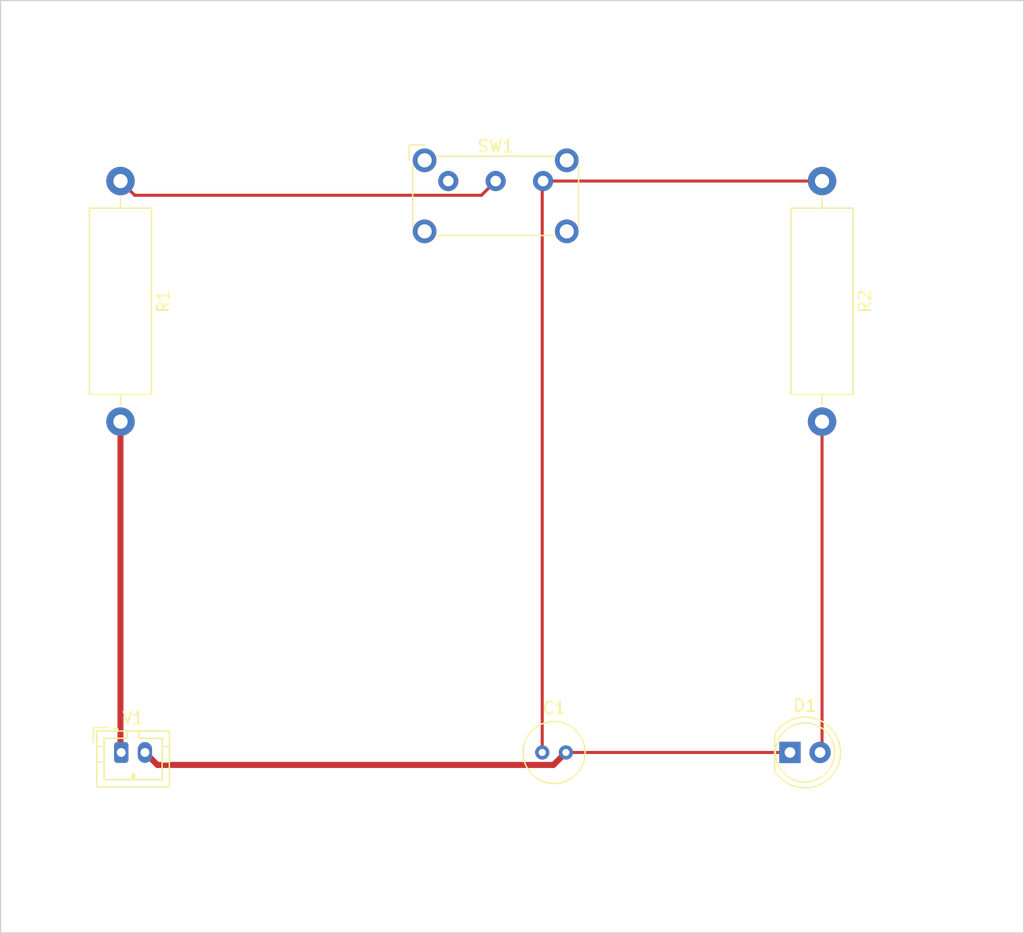
<source format=kicad_pcb>
(kicad_pcb (version 20211014) (generator pcbnew)
  (layers (0 "F.Cu" signal) (31 "B.Cu" signal) (34 "B.Paste" user) (35 "F.Paste" user) (36 "B.SilkS" user "B.Silkscreen") (37 "F.SilkS" user "F.Silkscreen") (38 "B.Mask" user) (39 "F.Mask" user) (44 "Edge.Cuts" user))
  (net 0 "")
  (net 1 "Net-(C1-Pad1)")
  (net 2 "Net-(C1-Pad2)")
  (net 3 "Net-(D1-Pad2)")
  (net 4 "Net-(R1-Pad1)")
  (net 5 "Net-(R1-Pad2)")
  (footprint "Button_Switch_THT:SW_E-Switch_EG1224_SPDT_Angled" (layer "F.Cu") (at 119.07 73.66)
    (fp_text reference "SW1" (at 4 -2.95) (layer "F.SilkS"))
    (fp_text value "SW1")
    (fp_line (start -3.3 -1.75) (end -3.3 -3.05) (layer "F.SilkS") (width 0.12))
    (fp_line (start 8.95 4.6) (end -0.95 4.6) (layer "F.SilkS") (width 0.12))
    (fp_line (start -3 3.85) (end -3 -1.35) (layer "F.SilkS") (width 0.12))
    (fp_line (start -0.95 -2.1) (end 8.95 -2.1) (layer "F.SilkS") (width 0.12))
    (fp_line (start 11 -1.35) (end 11 3.85) (layer "F.SilkS") (width 0.12))
    (fp_line (start -3.3 -3.05) (end -2 -3.05) (layer "F.SilkS") (width 0.12))
    (pad "" thru_hole circle (at 10 -1.75) (size 2 2) (drill 1.2) (layers *.Cu *.Mask))
    (pad "" thru_hole circle (at -2 4.25) (size 2 2) (drill 1.2) (layers *.Cu *.Mask))
    (pad "" thru_hole circle (at -2 -1.75) (size 2 2) (drill 1.2) (layers *.Cu *.Mask))
    (pad "" thru_hole circle (at 10 4.25) (size 2 2) (drill 1.2) (layers *.Cu *.Mask))
    (pad "1" thru_hole circle (at 0 0) (size 1.7 1.7) (drill 0.9) (layers *.Cu *.Mask))
    (pad "2" thru_hole circle (at 4 0) (size 1.7 1.7) (drill 0.9) (layers *.Cu *.Mask) (net 4 "Net-(R1-Pad1)"))
    (pad "3" thru_hole circle (at 8 0) (size 1.7 1.7) (drill 0.9) (layers *.Cu *.Mask) (net 1 "Net-(C1-Pad1)"))
  )
  (footprint "Resistor_THT:R_Axial_DIN0516_L15.5mm_D5.0mm_P20.32mm_Horizontal" (layer "F.Cu") (at 150.62 73.66 -90)
    (fp_text reference "R2" (at 10.16 -3.62 90) (layer "F.SilkS"))
    (fp_text value "20 kΩ")
    (fp_line (start 18.88 0) (end 18.03 0) (layer "F.SilkS") (width 0.12))
    (fp_line (start 18.03 2.62) (end 18.03 -2.62) (layer "F.SilkS") (width 0.12))
    (fp_line (start 1.44 0) (end 2.29 0) (layer "F.SilkS") (width 0.12))
    (fp_line (start 18.03 -2.62) (end 2.29 -2.62) (layer "F.SilkS") (width 0.12))
    (fp_line (start 2.29 -2.62) (end 2.29 2.62) (layer "F.SilkS") (width 0.12))
    (fp_line (start 2.29 2.62) (end 18.03 2.62) (layer "F.SilkS") (width 0.12))
    (pad "1" thru_hole circle (at 0 0 270) (size 2.4 2.4) (drill 1.2) (layers *.Cu *.Mask) (net 1 "Net-(C1-Pad1)"))
    (pad "2" thru_hole oval (at 20.32 0 270) (size 2.4 2.4) (drill 1.2) (layers *.Cu *.Mask) (net 3 "Net-(D1-Pad2)"))
  )
  (footprint "Connector_JST:JST_PH_B2B-PH-K_1x02_P2.00mm_Vertical" (layer "F.Cu") (at 91.465 121.92)
    (fp_text reference "V1" (at 1 -2.9) (layer "F.SilkS"))
    (fp_text value "9V")
    (fp_line (start -0.6 -2.01) (end -0.6 -1.81) (layer "F.SilkS") (width 0.12))
    (fp_line (start 0.9 1.8) (end 1.1 1.8) (layer "F.SilkS") (width 0.12))
    (fp_line (start -2.06 2.91) (end 4.06 2.91) (layer "F.SilkS") (width 0.12))
    (fp_line (start 4.06 0.8) (end 3.45 0.8) (layer "F.SilkS") (width 0.12))
    (fp_line (start 0.5 -1.81) (end 0.5 -1.2) (layer "F.SilkS") (width 0.12))
    (fp_line (start -2.06 -1.81) (end -2.06 2.91) (layer "F.SilkS") (width 0.12))
    (fp_line (start -1.45 -1.2) (end -1.45 2.3) (layer "F.SilkS") (width 0.12))
    (fp_line (start 4.06 -0.5) (end 3.45 -0.5) (layer "F.SilkS") (width 0.12))
    (fp_line (start 4.06 2.91) (end 4.06 -1.81) (layer "F.SilkS") (width 0.12))
    (fp_line (start 3.45 -1.2) (end 1.5 -1.2) (layer "F.SilkS") (width 0.12))
    (fp_line (start -2.06 0.8) (end -1.45 0.8) (layer "F.SilkS") (width 0.12))
    (fp_line (start -1.45 2.3) (end 3.45 2.3) (layer "F.SilkS") (width 0.12))
    (fp_line (start 1 2.3) (end 1 1.8) (layer "F.SilkS") (width 0.12))
    (fp_line (start -0.3 -1.81) (end -0.3 -2.01) (layer "F.SilkS") (width 0.12))
    (fp_line (start -2.36 -2.11) (end -2.36 -0.86) (layer "F.SilkS") (width 0.12))
    (fp_line (start 4.06 -1.81) (end -2.06 -1.81) (layer "F.SilkS") (width 0.12))
    (fp_line (start -0.3 -2.01) (end -0.6 -2.01) (layer "F.SilkS") (width 0.12))
    (fp_line (start 0.5 -1.2) (end -1.45 -1.2) (layer "F.SilkS") (width 0.12))
    (fp_line (start -1.11 -2.11) (end -2.36 -2.11) (layer "F.SilkS") (width 0.12))
    (fp_line (start -2.06 -0.5) (end -1.45 -0.5) (layer "F.SilkS") (width 0.12))
    (fp_line (start 3.45 2.3) (end 3.45 -1.2) (layer "F.SilkS") (width 0.12))
    (fp_line (start 1.1 1.8) (end 1.1 2.3) (layer "F.SilkS") (width 0.12))
    (fp_line (start -0.3 -1.91) (end -0.6 -1.91) (layer "F.SilkS") (width 0.12))
    (fp_line (start 0.9 2.3) (end 0.9 1.8) (layer "F.SilkS") (width 0.12))
    (fp_line (start 1.5 -1.2) (end 1.5 -1.81) (layer "F.SilkS") (width 0.12))
    (pad "1" thru_hole roundrect (at 0 0) (size 1.2 1.75) (drill 0.75) (layers *.Cu *.Mask) (roundrect_rratio 0.208333) (net 5 "Net-(R1-Pad2)"))
    (pad "2" thru_hole oval (at 2 0) (size 1.2 1.75) (drill 0.75) (layers *.Cu *.Mask) (net 2 "Net-(C1-Pad2)"))
  )
  (footprint "Capacitor_THT:C_Radial_D5.0mm_H5.0mm_P2.00mm" (layer "F.Cu") (at 127 121.92)
    (fp_text reference "C1" (at 1 -3.75) (layer "F.SilkS"))
    (fp_text value "4.7 µF")
    (fp_circle (center 1 0) (end 3.62 0) (layer "F.SilkS") (width 0.12) (fill none))
    (pad "1" thru_hole circle (at 0 0) (size 1.2 1.2) (drill 0.6) (layers *.Cu *.Mask) (net 1 "Net-(C1-Pad1)"))
    (pad "2" thru_hole circle (at 2 0) (size 1.2 1.2) (drill 0.6) (layers *.Cu *.Mask) (net 2 "Net-(C1-Pad2)"))
  )
  (footprint "Resistor_THT:R_Axial_DIN0516_L15.5mm_D5.0mm_P20.32mm_Horizontal" (layer "F.Cu") (at 91.4 73.66 -90)
    (fp_text reference "R1" (at 10.16 -3.62 90) (layer "F.SilkS"))
    (fp_text value "2.2 kΩ")
    (fp_line (start 18.88 0) (end 18.03 0) (layer "F.SilkS") (width 0.12))
    (fp_line (start 18.03 -2.62) (end 2.29 -2.62) (layer "F.SilkS") (width 0.12))
    (fp_line (start 1.44 0) (end 2.29 0) (layer "F.SilkS") (width 0.12))
    (fp_line (start 2.29 -2.62) (end 2.29 2.62) (layer "F.SilkS") (width 0.12))
    (fp_line (start 2.29 2.62) (end 18.03 2.62) (layer "F.SilkS") (width 0.12))
    (fp_line (start 18.03 2.62) (end 18.03 -2.62) (layer "F.SilkS") (width 0.12))
    (pad "1" thru_hole circle (at 0 0 270) (size 2.4 2.4) (drill 1.2) (layers *.Cu *.Mask) (net 4 "Net-(R1-Pad1)"))
    (pad "2" thru_hole oval (at 20.32 0 270) (size 2.4 2.4) (drill 1.2) (layers *.Cu *.Mask) (net 5 "Net-(R1-Pad2)"))
  )
  (footprint "LED_THT:LED_D5.0mm" (layer "F.Cu") (at 147.91 121.92)
    (fp_text reference "D1" (at 1.27 -3.96) (layer "F.SilkS"))
    (fp_text value "LED")
    (fp_line (start -1.29 -1.545) (end -1.29 1.545) (layer "F.SilkS") (width 0.12))
    (fp_arc (start 4.26 -0.000462) (mid 2.072002 2.880433) (end -1.29 1.54483) (layer "F.SilkS") (width 0.12))
    (fp_arc (start -1.29 -1.54483) (mid 2.072002 -2.880433) (end 4.26 0.000462) (layer "F.SilkS") (width 0.12))
    (fp_circle (center 1.27 0) (end 3.77 0) (layer "F.SilkS") (width 0.12) (fill none))
    (pad "1" thru_hole rect (at 0 0) (size 1.8 1.8) (drill 0.9) (layers *.Cu *.Mask) (net 2 "Net-(C1-Pad2)"))
    (pad "2" thru_hole circle (at 2.54 0) (size 1.8 1.8) (drill 0.9) (layers *.Cu *.Mask) (net 3 "Net-(D1-Pad2)"))
  )
  (gr_rect (start 81.28 58.42) (end 167.64 137.16) (layer "Edge.Cuts") (width 0.1) (fill none))
  (segment (start 127 73.73) (end 127.07 73.66) (width 0.254) (layer "F.Cu") (net 1))
  (segment (start 127 121.92) (end 127 73.73) (width 0.254) (layer "F.Cu") (net 1))
  (segment (start 127.07 121.85) (end 127 121.92) (width 0.254) (layer "F.Cu") (net 1))
  (segment (start 150.62 73.66) (end 127.07 73.66) (width 0.254) (layer "F.Cu") (net 1))
  (segment (start 93.465 121.92) (end 94.519 122.974) (width 0.508) (layer "F.Cu") (net 2))
  (segment (start 94.519 122.974) (end 127.946 122.974) (width 0.508) (layer "F.Cu") (net 2))
  (segment (start 127.946 122.974) (end 129 121.92) (width 0.508) (layer "F.Cu") (net 2))
  (segment (start 147.91 121.92) (end 129 121.92) (width 0.254) (layer "F.Cu") (net 2))
  (segment (start 150.62 121.75) (end 150.45 121.92) (width 0.254) (layer "F.Cu") (net 3))
  (segment (start 150.62 93.98) (end 150.62 121.75) (width 0.254) (layer "F.Cu") (net 3))
  (segment (start 92.6 74.86) (end 121.87 74.86) (width 0.254) (layer "F.Cu") (net 4))
  (segment (start 91.4 73.66) (end 92.6 74.86) (width 0.254) (layer "F.Cu") (net 4))
  (segment (start 121.87 74.86) (end 123.07 73.66) (width 0.254) (layer "F.Cu") (net 4))
  (segment (start 91.4 93.98) (end 91.4 121.855) (width 0.508) (layer "F.Cu") (net 5))
  (segment (start 91.4 121.855) (end 91.465 121.92) (width 0.508) (layer "F.Cu") (net 5))
)
</source>
